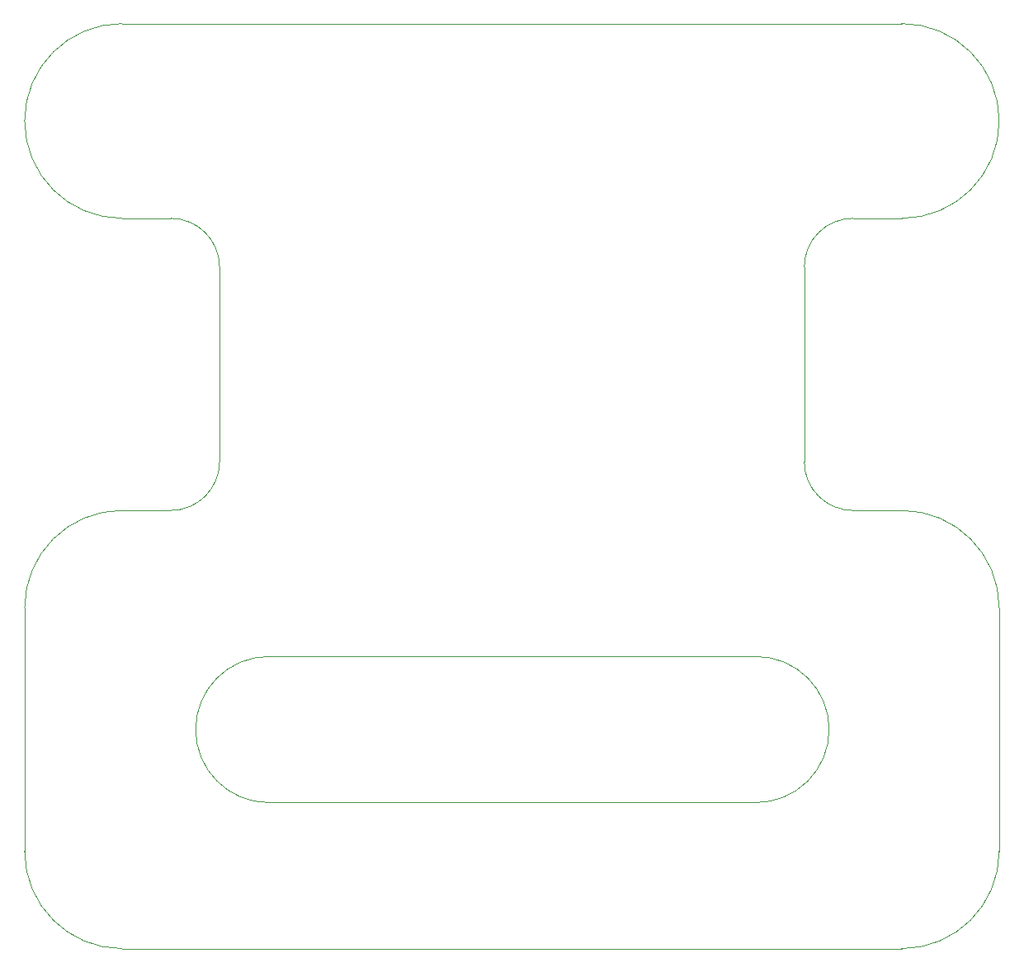
<source format=gbr>
G04 #@! TF.GenerationSoftware,KiCad,Pcbnew,(5.1.4)-1*
G04 #@! TF.CreationDate,2020-08-30T11:13:41+08:00*
G04 #@! TF.ProjectId,EHFW_ANT,45484657-5f41-44e5-942e-6b696361645f,rev?*
G04 #@! TF.SameCoordinates,Original*
G04 #@! TF.FileFunction,Profile,NP*
%FSLAX46Y46*%
G04 Gerber Fmt 4.6, Leading zero omitted, Abs format (unit mm)*
G04 Created by KiCad (PCBNEW (5.1.4)-1) date 2020-08-30 11:13:41*
%MOMM*%
%LPD*%
G04 APERTURE LIST*
%ADD10C,0.050000*%
G04 APERTURE END LIST*
D10*
X180000000Y-35000000D02*
G75*
G02X180000000Y-55000000I0J-10000000D01*
G01*
X175000000Y-55000000D02*
X180000000Y-55000000D01*
X170000000Y-60000000D02*
G75*
G02X175000000Y-55000000I5000000J0D01*
G01*
X170000000Y-80000000D02*
X170000000Y-60000000D01*
X100000000Y-55000000D02*
G75*
G02X100000000Y-35000000I0J10000000D01*
G01*
X105000000Y-55000000D02*
X100000000Y-55000000D01*
X105000000Y-55000000D02*
G75*
G02X110000000Y-60000000I0J-5000000D01*
G01*
X110000000Y-80000000D02*
X110000000Y-60000000D01*
X175000000Y-85000000D02*
G75*
G02X170000000Y-80000000I0J5000000D01*
G01*
X110000000Y-80000000D02*
G75*
G02X105000000Y-85000000I-5000000J0D01*
G01*
X100000000Y-85000000D02*
X105000000Y-85000000D01*
X180000000Y-85000000D02*
X175000000Y-85000000D01*
X180000000Y-85000000D02*
G75*
G02X190000000Y-95000000I0J-10000000D01*
G01*
X90000000Y-95000000D02*
G75*
G02X100000000Y-85000000I10000000J0D01*
G01*
X100000000Y-130000000D02*
G75*
G02X90000000Y-120000000I0J10000000D01*
G01*
X165000000Y-100000000D02*
G75*
G02X165000002Y-114999998I50001J-7499999D01*
G01*
X114999998Y-114999998D02*
G75*
G02X115000000Y-100000000I50001J7499999D01*
G01*
X115000000Y-115000000D02*
X165000000Y-115000000D01*
X115000000Y-100000000D02*
X165000000Y-100000000D01*
X190000000Y-120000000D02*
G75*
G02X180000000Y-130000000I-10000000J0D01*
G01*
X90000000Y-95000000D02*
X90000000Y-120000000D01*
X100000000Y-130000000D02*
X180000000Y-130000000D01*
X190000000Y-95000000D02*
X190000000Y-120000000D01*
X100000000Y-35000000D02*
X180000000Y-35000000D01*
M02*

</source>
